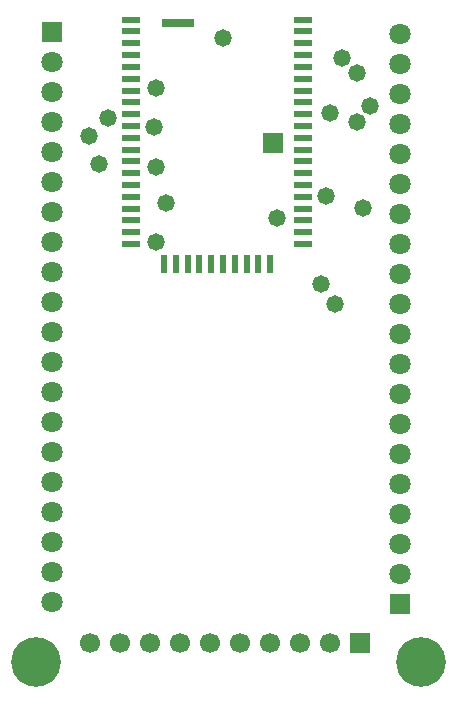
<source format=gts>
%FSTAX23Y23*%
%MOIN*%
%SFA1B1*%

%IPPOS*%
%ADD14R,0.070080X0.070080*%
%ADD15R,0.109840X0.029920*%
%ADD16R,0.059060X0.023620*%
%ADD17R,0.023620X0.059060*%
%ADD18C,0.070990*%
%ADD19R,0.070990X0.070990*%
%ADD20C,0.066930*%
%ADD21R,0.066930X0.066930*%
%ADD22C,0.165480*%
%ADD23C,0.058000*%
%LNpcb2-1*%
%LPD*%
G54D14*
X02002Y02892D03*
G54D15*
X01685Y0329D03*
G54D16*
X021Y03302D03*
Y03263D03*
Y03224D03*
Y03184D03*
Y03145D03*
Y03106D03*
Y03066D03*
Y03027D03*
Y02987D03*
Y02948D03*
Y02909D03*
Y02869D03*
Y0283D03*
Y02791D03*
Y02751D03*
Y02712D03*
Y02672D03*
Y02633D03*
Y02594D03*
Y02554D03*
X01529D03*
Y02594D03*
Y02633D03*
Y02672D03*
Y02712D03*
Y02751D03*
Y02791D03*
Y0283D03*
Y02869D03*
Y02909D03*
Y02948D03*
Y02987D03*
Y03027D03*
Y03066D03*
Y03106D03*
Y03145D03*
Y03184D03*
Y03224D03*
Y03263D03*
Y03302D03*
G54D17*
X01992Y02489D03*
X01952D03*
X01913D03*
X01874D03*
X01834D03*
X01795D03*
X01755D03*
X01716D03*
X01677D03*
X01637D03*
G54D18*
X02425Y02755D03*
Y02455D03*
Y02355D03*
Y02255D03*
Y02055D03*
Y01955D03*
Y01755D03*
Y01555D03*
Y01455D03*
Y01655D03*
Y01855D03*
Y02155D03*
Y02555D03*
Y02655D03*
Y02855D03*
Y02955D03*
Y03055D03*
Y03155D03*
Y03255D03*
X01265Y0186D03*
Y0216D03*
Y0226D03*
Y0236D03*
Y0256D03*
Y0266D03*
Y0286D03*
Y0306D03*
Y0316D03*
Y0296D03*
Y0276D03*
Y0246D03*
Y0206D03*
Y0196D03*
Y0176D03*
Y0166D03*
Y0156D03*
Y0146D03*
Y0136D03*
G54D19*
X02425Y01355D03*
X01265Y0326D03*
G54D20*
X0139Y01225D03*
X0149D03*
X0159D03*
X0169D03*
X0179D03*
X0189D03*
X0199D03*
X0209D03*
X0219D03*
G54D21*
X0229Y01225D03*
G54D22*
X02495Y0116D03*
X0121D03*
G54D23*
X0142Y0282D03*
X01386Y02914D03*
X0145Y02975D03*
X0216Y0242D03*
X02013Y0264D03*
X02176Y02716D03*
X023Y02675D03*
X0228Y03125D03*
X02325Y03015D03*
X0228Y0296D03*
X0219Y0299D03*
X0223Y03175D03*
X01835Y0324D03*
X0161Y0256D03*
Y03075D03*
X01605Y02945D03*
X0161Y0281D03*
X01645Y02691D03*
X02206Y02355D03*
M02*
</source>
